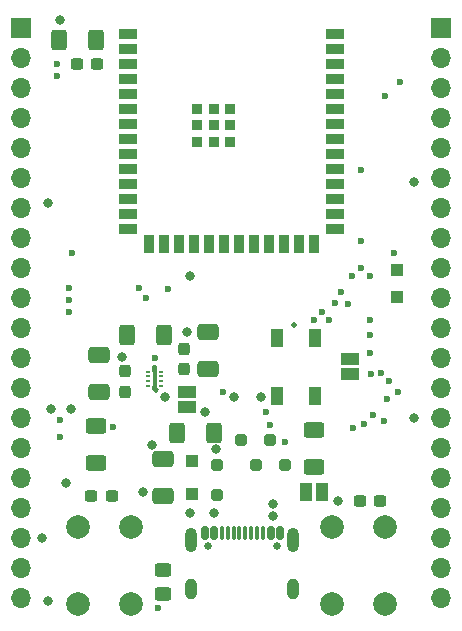
<source format=gbr>
%TF.GenerationSoftware,KiCad,Pcbnew,8.0.1-1.fc39*%
%TF.CreationDate,2024-05-03T11:25:44+02:00*%
%TF.ProjectId,esp32-s3-simple,65737033-322d-4733-932d-73696d706c65,rev?*%
%TF.SameCoordinates,Original*%
%TF.FileFunction,Soldermask,Top*%
%TF.FilePolarity,Negative*%
%FSLAX46Y46*%
G04 Gerber Fmt 4.6, Leading zero omitted, Abs format (unit mm)*
G04 Created by KiCad (PCBNEW 8.0.1-1.fc39) date 2024-05-03 11:25:44*
%MOMM*%
%LPD*%
G01*
G04 APERTURE LIST*
G04 Aperture macros list*
%AMRoundRect*
0 Rectangle with rounded corners*
0 $1 Rounding radius*
0 $2 $3 $4 $5 $6 $7 $8 $9 X,Y pos of 4 corners*
0 Add a 4 corners polygon primitive as box body*
4,1,4,$2,$3,$4,$5,$6,$7,$8,$9,$2,$3,0*
0 Add four circle primitives for the rounded corners*
1,1,$1+$1,$2,$3*
1,1,$1+$1,$4,$5*
1,1,$1+$1,$6,$7*
1,1,$1+$1,$8,$9*
0 Add four rect primitives between the rounded corners*
20,1,$1+$1,$2,$3,$4,$5,0*
20,1,$1+$1,$4,$5,$6,$7,0*
20,1,$1+$1,$6,$7,$8,$9,0*
20,1,$1+$1,$8,$9,$2,$3,0*%
G04 Aperture macros list end*
%ADD10C,0.150000*%
%ADD11R,1.700000X1.700000*%
%ADD12O,1.700000X1.700000*%
%ADD13RoundRect,0.250000X-0.400000X-0.625000X0.400000X-0.625000X0.400000X0.625000X-0.400000X0.625000X0*%
%ADD14RoundRect,0.250000X0.650000X-0.412500X0.650000X0.412500X-0.650000X0.412500X-0.650000X-0.412500X0*%
%ADD15R,1.500000X0.900000*%
%ADD16R,0.900000X1.500000*%
%ADD17R,0.900000X0.900000*%
%ADD18RoundRect,0.237500X0.300000X0.237500X-0.300000X0.237500X-0.300000X-0.237500X0.300000X-0.237500X0*%
%ADD19RoundRect,0.250000X-0.300000X0.300000X-0.300000X-0.300000X0.300000X-0.300000X0.300000X0.300000X0*%
%ADD20C,2.000000*%
%ADD21RoundRect,0.250000X0.250000X0.250000X-0.250000X0.250000X-0.250000X-0.250000X0.250000X-0.250000X0*%
%ADD22R,1.000000X1.000000*%
%ADD23RoundRect,0.250000X0.400000X0.625000X-0.400000X0.625000X-0.400000X-0.625000X0.400000X-0.625000X0*%
%ADD24R,1.500000X1.000000*%
%ADD25RoundRect,0.237500X0.237500X-0.300000X0.237500X0.300000X-0.237500X0.300000X-0.237500X-0.300000X0*%
%ADD26RoundRect,0.250000X0.625000X-0.400000X0.625000X0.400000X-0.625000X0.400000X-0.625000X-0.400000X0*%
%ADD27R,1.000000X1.500000*%
%ADD28RoundRect,0.250000X-0.650000X0.412500X-0.650000X-0.412500X0.650000X-0.412500X0.650000X0.412500X0*%
%ADD29RoundRect,0.237500X-0.300000X-0.237500X0.300000X-0.237500X0.300000X0.237500X-0.300000X0.237500X0*%
%ADD30R,0.350000X0.280000*%
%ADD31R,0.350000X0.260000*%
%ADD32R,0.440000X1.440000*%
%ADD33RoundRect,0.250000X-0.625000X0.400000X-0.625000X-0.400000X0.625000X-0.400000X0.625000X0.400000X0*%
%ADD34RoundRect,0.250000X-0.250000X0.250000X-0.250000X-0.250000X0.250000X-0.250000X0.250000X0.250000X0*%
%ADD35RoundRect,0.250000X0.450000X-0.325000X0.450000X0.325000X-0.450000X0.325000X-0.450000X-0.325000X0*%
%ADD36C,0.650000*%
%ADD37RoundRect,0.150000X-0.150000X-0.425000X0.150000X-0.425000X0.150000X0.425000X-0.150000X0.425000X0*%
%ADD38RoundRect,0.075000X-0.075000X-0.500000X0.075000X-0.500000X0.075000X0.500000X-0.075000X0.500000X0*%
%ADD39O,1.000000X2.100000*%
%ADD40O,1.000000X1.800000*%
%ADD41C,0.800000*%
%ADD42C,0.600000*%
%ADD43C,0.500000*%
G04 APERTURE END LIST*
D10*
X152100000Y-67700000D02*
X152300000Y-67900000D01*
X152150000Y-68050000D01*
X151900000Y-67800000D01*
X151900000Y-67550000D01*
X152100000Y-67550000D01*
X152100000Y-67700000D01*
G36*
X152100000Y-67700000D02*
G01*
X152300000Y-67900000D01*
X152150000Y-68050000D01*
X151900000Y-67800000D01*
X151900000Y-67550000D01*
X152100000Y-67550000D01*
X152100000Y-67700000D01*
G37*
X152100000Y-66250000D02*
X151900000Y-66250000D01*
X151900000Y-65800000D01*
X152100000Y-65800000D01*
X152100000Y-66250000D01*
G36*
X152100000Y-66250000D02*
G01*
X151900000Y-66250000D01*
X151900000Y-65800000D01*
X152100000Y-65800000D01*
X152100000Y-66250000D01*
G37*
D11*
%TO.C,J2*%
X176250000Y-37250000D03*
D12*
X176250000Y-39790000D03*
X176250000Y-42330000D03*
X176250000Y-44870000D03*
X176250000Y-47410000D03*
X176250000Y-49950000D03*
X176250000Y-52490000D03*
X176250000Y-55030000D03*
X176250000Y-57570000D03*
X176250000Y-60110000D03*
X176250000Y-62650000D03*
X176250000Y-65190000D03*
X176250000Y-67730000D03*
X176250000Y-70270000D03*
X176250000Y-72810000D03*
X176250000Y-75350000D03*
X176250000Y-77890000D03*
X176250000Y-80430000D03*
X176250000Y-82970000D03*
X176250000Y-85510000D03*
%TD*%
D13*
%TO.C,R40*%
X143900000Y-38250000D03*
X147000000Y-38250000D03*
%TD*%
D14*
%TO.C,C8*%
X156500000Y-66062500D03*
X156500000Y-62937500D03*
%TD*%
D15*
%TO.C,U1*%
X149750000Y-37740000D03*
X149750000Y-39010000D03*
X149750000Y-40280000D03*
X149750000Y-41550000D03*
X149750000Y-42820000D03*
X149750000Y-44090000D03*
X149750000Y-45360000D03*
X149750000Y-46630000D03*
X149750000Y-47900000D03*
X149750000Y-49170000D03*
X149750000Y-50440000D03*
X149750000Y-51710000D03*
X149750000Y-52980000D03*
X149750000Y-54250000D03*
D16*
X151515000Y-55500000D03*
X152785000Y-55500000D03*
X154055000Y-55500000D03*
X155325000Y-55500000D03*
X156595000Y-55500000D03*
X157865000Y-55500000D03*
X159135000Y-55500000D03*
X160405000Y-55500000D03*
X161675000Y-55500000D03*
X162945000Y-55500000D03*
X164215000Y-55500000D03*
X165485000Y-55500000D03*
D15*
X167250000Y-54250000D03*
X167250000Y-52980000D03*
X167250000Y-51710000D03*
X167250000Y-50440000D03*
X167250000Y-49170000D03*
X167250000Y-47900000D03*
X167250000Y-46630000D03*
X167250000Y-45360000D03*
X167250000Y-44090000D03*
X167250000Y-42820000D03*
X167250000Y-41550000D03*
X167250000Y-40280000D03*
X167250000Y-39010000D03*
X167250000Y-37740000D03*
D17*
X155600000Y-44060000D03*
X155600000Y-45460000D03*
X155600000Y-46860000D03*
X155600000Y-46860000D03*
X157000000Y-44060000D03*
X157000000Y-44060000D03*
X157000000Y-45460000D03*
X157000000Y-46860000D03*
X158400000Y-44060000D03*
X158400000Y-45460000D03*
X158400000Y-46860000D03*
%TD*%
D18*
%TO.C,C2*%
X171112500Y-77250000D03*
X169387500Y-77250000D03*
%TD*%
D19*
%TO.C,D4*%
X155150000Y-73850000D03*
X155150000Y-76650000D03*
%TD*%
D20*
%TO.C,SW1*%
X167000000Y-86000000D03*
X167000000Y-79500000D03*
X171500000Y-86000000D03*
X171500000Y-79500000D03*
%TD*%
D21*
%TO.C,D1*%
X163050000Y-74250000D03*
X160550000Y-74250000D03*
%TD*%
D18*
%TO.C,C29*%
X147112500Y-40250000D03*
X145387500Y-40250000D03*
%TD*%
D22*
%TO.C,TP2*%
X172500000Y-57750000D03*
%TD*%
D23*
%TO.C,R4*%
X157000000Y-71500000D03*
X153900000Y-71500000D03*
%TD*%
D24*
%TO.C,JP3*%
X154750000Y-68000000D03*
X154750000Y-69300000D03*
%TD*%
D25*
%TO.C,C7*%
X154500000Y-66112500D03*
X154500000Y-64387500D03*
%TD*%
D26*
%TO.C,R3*%
X165500000Y-74350000D03*
X165500000Y-71250000D03*
%TD*%
D27*
%TO.C,D5*%
X165550000Y-63500000D03*
X162350000Y-63500000D03*
X162350000Y-68400000D03*
X165550000Y-68400000D03*
%TD*%
D14*
%TO.C,C1*%
X147250000Y-68037500D03*
X147250000Y-64912500D03*
%TD*%
D28*
%TO.C,C4*%
X152750000Y-73687500D03*
X152750000Y-76812500D03*
%TD*%
D29*
%TO.C,C3*%
X146637500Y-76850000D03*
X148362500Y-76850000D03*
%TD*%
D30*
%TO.C,U2*%
X152525000Y-67512500D03*
X152525000Y-67112500D03*
D31*
X152525000Y-66712500D03*
D30*
X152525000Y-66312500D03*
X151475000Y-66312500D03*
D31*
X151475000Y-66712500D03*
D30*
X151475000Y-67112500D03*
X151475000Y-67512500D03*
D32*
X152000000Y-66912500D03*
%TD*%
D24*
%TO.C,JP2*%
X168500000Y-65250000D03*
X168500000Y-66550000D03*
%TD*%
D21*
%TO.C,D2*%
X161800000Y-72100000D03*
X159300000Y-72100000D03*
%TD*%
D33*
%TO.C,R6*%
X147000000Y-70950000D03*
X147000000Y-74050000D03*
%TD*%
D25*
%TO.C,C5*%
X149500000Y-68025000D03*
X149500000Y-66300000D03*
%TD*%
D11*
%TO.C,J1*%
X140690000Y-37240000D03*
D12*
X140690000Y-39780000D03*
X140690000Y-42320000D03*
X140690000Y-44860000D03*
X140690000Y-47400000D03*
X140690000Y-49940000D03*
X140690000Y-52480000D03*
X140690000Y-55020000D03*
X140690000Y-57560000D03*
X140690000Y-60100000D03*
X140690000Y-62640000D03*
X140690000Y-65180000D03*
X140690000Y-67720000D03*
X140690000Y-70260000D03*
X140690000Y-72800000D03*
X140690000Y-75340000D03*
X140690000Y-77880000D03*
X140690000Y-80420000D03*
X140690000Y-82960000D03*
X140690000Y-85500000D03*
%TD*%
D34*
%TO.C,D3*%
X157300000Y-74250000D03*
X157300000Y-76750000D03*
%TD*%
D35*
%TO.C,D6*%
X152750000Y-85125000D03*
X152750000Y-83075000D03*
%TD*%
D23*
%TO.C,R1*%
X152800000Y-63250000D03*
X149700000Y-63250000D03*
%TD*%
D20*
%TO.C,SW2*%
X150000000Y-79450000D03*
X150000000Y-85950000D03*
X145500000Y-79450000D03*
X145500000Y-85950000D03*
%TD*%
D27*
%TO.C,JP1*%
X164850000Y-76500000D03*
X166150000Y-76500000D03*
%TD*%
D22*
%TO.C,TP3*%
X172500000Y-60000000D03*
%TD*%
D36*
%TO.C,J3*%
X156540000Y-81070000D03*
X162320000Y-81070000D03*
D37*
X156230000Y-79995000D03*
X157030000Y-79995000D03*
D38*
X158180000Y-79995000D03*
X159180000Y-79995000D03*
X159680000Y-79995000D03*
X160680000Y-79995000D03*
D37*
X161830000Y-79995000D03*
X162630000Y-79995000D03*
X162630000Y-79995000D03*
X161830000Y-79995000D03*
D38*
X161180000Y-79995000D03*
X160180000Y-79995000D03*
X158680000Y-79995000D03*
X157680000Y-79995000D03*
D37*
X157030000Y-79995000D03*
X156230000Y-79995000D03*
D39*
X155110000Y-80570000D03*
D40*
X155110000Y-84750000D03*
D39*
X163750000Y-80570000D03*
D40*
X163750000Y-84750000D03*
%TD*%
D41*
X144500000Y-75750000D03*
X151750000Y-72500000D03*
X143000000Y-52000000D03*
D42*
X143750000Y-40250000D03*
D41*
X151000000Y-76500000D03*
X152850000Y-68450000D03*
D42*
X152250000Y-86350000D03*
D41*
X174000000Y-70250000D03*
D42*
X163000000Y-72250000D03*
D43*
X157000000Y-45500000D03*
D41*
X143250000Y-69500000D03*
D43*
X163800000Y-62350000D03*
D41*
X154750000Y-63000000D03*
X157193016Y-72901500D03*
X149250000Y-65100000D03*
X167500000Y-77250000D03*
X174000000Y-50250000D03*
D42*
X152000000Y-65200000D03*
D41*
X142500000Y-80400000D03*
D42*
X172250000Y-56250000D03*
X171877708Y-67122292D03*
X145000000Y-56250000D03*
X143750000Y-41250000D03*
X148500000Y-71000000D03*
X157750000Y-68000000D03*
D41*
X155000000Y-78250000D03*
X143000000Y-85750000D03*
X162000000Y-78500000D03*
X162000000Y-77500000D03*
X157000000Y-78250000D03*
X144950000Y-69500000D03*
X158750000Y-68500000D03*
X156250000Y-69750000D03*
X144000000Y-36500000D03*
X155000000Y-58250000D03*
X161000000Y-68500000D03*
D42*
X169500000Y-55250000D03*
X169500000Y-49250000D03*
X144750000Y-59250000D03*
X150700000Y-59250000D03*
X144750000Y-60250000D03*
X151300000Y-60050000D03*
X153100000Y-59350000D03*
X144750000Y-61250000D03*
X168800000Y-71100000D03*
X165500000Y-61900000D03*
X169750000Y-70750000D03*
X166169067Y-61290467D03*
X166750000Y-61900000D03*
X170500000Y-70000000D03*
X167250000Y-60500000D03*
X171400000Y-70500000D03*
X171650000Y-68650000D03*
X167750000Y-59600000D03*
X172600000Y-68000000D03*
X168400000Y-60600000D03*
X170250000Y-64750000D03*
X168750000Y-58250000D03*
X170200000Y-63250000D03*
X169500000Y-57500000D03*
X170250000Y-58250000D03*
X170250000Y-61950000D03*
X170300000Y-66550000D03*
X161400000Y-69750000D03*
X171500000Y-43000000D03*
X143950000Y-70400000D03*
X171147292Y-66447292D03*
X143950000Y-71850000D03*
X172750000Y-41750000D03*
X161750000Y-70800000D03*
M02*

</source>
